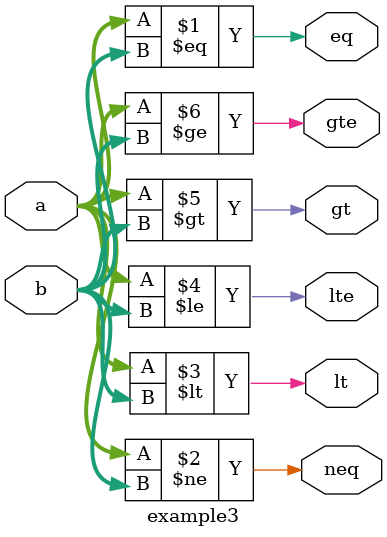
<source format=sv>
module example3 #(parameter N = 8)  // Comparator
							(input logic [N-1:0] a, b,
							output logic eq, neq, lt, lte, gt, gte);
	assign eq	= (a == b);
	assign neq	= (a != b);
	assign lt	= (a < b);
	assign lte	= (a <= b);
	assign gt	= (a > b);
	assign gte	= (a >= b);
endmodule
</source>
